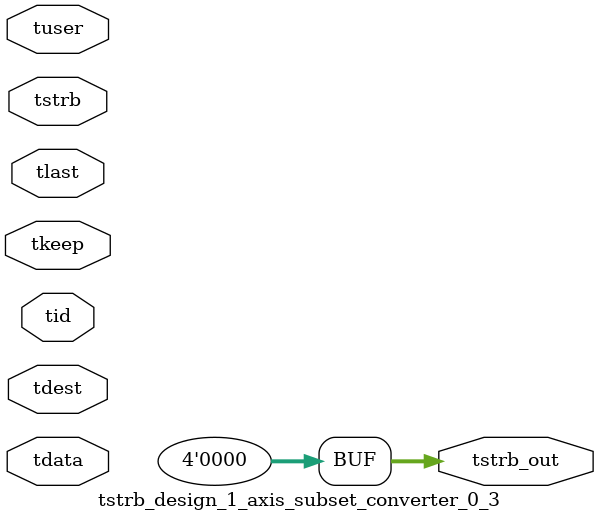
<source format=v>


`timescale 1ps/1ps

module tstrb_design_1_axis_subset_converter_0_3 #
(
parameter C_S_AXIS_TDATA_WIDTH = 32,
parameter C_S_AXIS_TUSER_WIDTH = 0,
parameter C_S_AXIS_TID_WIDTH   = 0,
parameter C_S_AXIS_TDEST_WIDTH = 0,
parameter C_M_AXIS_TDATA_WIDTH = 32
)
(
input  [(C_S_AXIS_TDATA_WIDTH == 0 ? 1 : C_S_AXIS_TDATA_WIDTH)-1:0     ] tdata,
input  [(C_S_AXIS_TUSER_WIDTH == 0 ? 1 : C_S_AXIS_TUSER_WIDTH)-1:0     ] tuser,
input  [(C_S_AXIS_TID_WIDTH   == 0 ? 1 : C_S_AXIS_TID_WIDTH)-1:0       ] tid,
input  [(C_S_AXIS_TDEST_WIDTH == 0 ? 1 : C_S_AXIS_TDEST_WIDTH)-1:0     ] tdest,
input  [(C_S_AXIS_TDATA_WIDTH/8)-1:0 ] tkeep,
input  [(C_S_AXIS_TDATA_WIDTH/8)-1:0 ] tstrb,
input                                                                    tlast,
output [(C_M_AXIS_TDATA_WIDTH/8)-1:0 ] tstrb_out
);

assign tstrb_out = {1'b0};

endmodule


</source>
